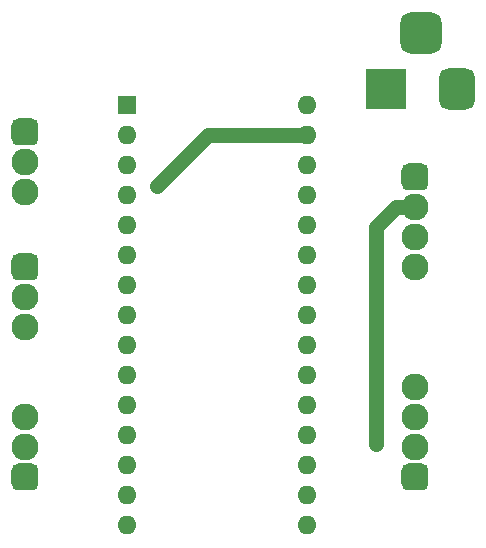
<source format=gbr>
%TF.GenerationSoftware,KiCad,Pcbnew,7.0.5-7.0.5~ubuntu20.04.1*%
%TF.CreationDate,2023-06-14T09:42:22-05:00*%
%TF.ProjectId,Gotchiplant,476f7463-6869-4706-9c61-6e742e6b6963,rev?*%
%TF.SameCoordinates,Original*%
%TF.FileFunction,Copper,L1,Top*%
%TF.FilePolarity,Positive*%
%FSLAX46Y46*%
G04 Gerber Fmt 4.6, Leading zero omitted, Abs format (unit mm)*
G04 Created by KiCad (PCBNEW 7.0.5-7.0.5~ubuntu20.04.1) date 2023-06-14 09:42:22*
%MOMM*%
%LPD*%
G01*
G04 APERTURE LIST*
G04 Aperture macros list*
%AMRoundRect*
0 Rectangle with rounded corners*
0 $1 Rounding radius*
0 $2 $3 $4 $5 $6 $7 $8 $9 X,Y pos of 4 corners*
0 Add a 4 corners polygon primitive as box body*
4,1,4,$2,$3,$4,$5,$6,$7,$8,$9,$2,$3,0*
0 Add four circle primitives for the rounded corners*
1,1,$1+$1,$2,$3*
1,1,$1+$1,$4,$5*
1,1,$1+$1,$6,$7*
1,1,$1+$1,$8,$9*
0 Add four rect primitives between the rounded corners*
20,1,$1+$1,$2,$3,$4,$5,0*
20,1,$1+$1,$4,$5,$6,$7,0*
20,1,$1+$1,$6,$7,$8,$9,0*
20,1,$1+$1,$8,$9,$2,$3,0*%
G04 Aperture macros list end*
%TA.AperFunction,ComponentPad*%
%ADD10R,1.600000X1.600000*%
%TD*%
%TA.AperFunction,ComponentPad*%
%ADD11O,1.600000X1.600000*%
%TD*%
%TA.AperFunction,ComponentPad*%
%ADD12RoundRect,0.571500X-0.571500X0.571500X-0.571500X-0.571500X0.571500X-0.571500X0.571500X0.571500X0*%
%TD*%
%TA.AperFunction,ComponentPad*%
%ADD13C,2.286000*%
%TD*%
%TA.AperFunction,ComponentPad*%
%ADD14R,3.500000X3.500000*%
%TD*%
%TA.AperFunction,ComponentPad*%
%ADD15RoundRect,0.750000X0.750000X1.000000X-0.750000X1.000000X-0.750000X-1.000000X0.750000X-1.000000X0*%
%TD*%
%TA.AperFunction,ComponentPad*%
%ADD16RoundRect,0.875000X0.875000X0.875000X-0.875000X0.875000X-0.875000X-0.875000X0.875000X-0.875000X0*%
%TD*%
%TA.AperFunction,ComponentPad*%
%ADD17RoundRect,0.571500X-0.571500X-0.571500X0.571500X-0.571500X0.571500X0.571500X-0.571500X0.571500X0*%
%TD*%
%TA.AperFunction,ComponentPad*%
%ADD18RoundRect,0.571500X0.571500X-0.571500X0.571500X0.571500X-0.571500X0.571500X-0.571500X-0.571500X0*%
%TD*%
%TA.AperFunction,ViaPad*%
%ADD19C,1.020000*%
%TD*%
%TA.AperFunction,Conductor*%
%ADD20C,1.300000*%
%TD*%
%TA.AperFunction,Conductor*%
%ADD21C,0.250000*%
%TD*%
G04 APERTURE END LIST*
D10*
%TO.P,A1,1,D1/TX*%
%TO.N,unconnected-(A1-D1{slash}TX-Pad1)*%
X39116000Y-24384000D03*
D11*
%TO.P,A1,2,D0/RX*%
%TO.N,unconnected-(A1-D0{slash}RX-Pad2)*%
X39116000Y-26924000D03*
%TO.P,A1,3,~{RESET}*%
%TO.N,unconnected-(A1-~{RESET}-Pad3)*%
X39116000Y-29464000D03*
%TO.P,A1,4,GND*%
%TO.N,GND*%
X39116000Y-32004000D03*
%TO.P,A1,5,D2*%
%TO.N,Net-(A1-D2)*%
X39116000Y-34544000D03*
%TO.P,A1,6,D3*%
%TO.N,unconnected-(A1-D3-Pad6)*%
X39116000Y-37084000D03*
%TO.P,A1,7,D4*%
%TO.N,Net-(A1-D4)*%
X39116000Y-39624000D03*
%TO.P,A1,8,D5*%
%TO.N,unconnected-(A1-D5-Pad8)*%
X39116000Y-42164000D03*
%TO.P,A1,9,D6*%
%TO.N,unconnected-(A1-D6-Pad9)*%
X39116000Y-44704000D03*
%TO.P,A1,10,D7*%
%TO.N,unconnected-(A1-D7-Pad10)*%
X39116000Y-47244000D03*
%TO.P,A1,11,D8*%
%TO.N,unconnected-(A1-D8-Pad11)*%
X39116000Y-49784000D03*
%TO.P,A1,12,D9*%
%TO.N,unconnected-(A1-D9-Pad12)*%
X39116000Y-52324000D03*
%TO.P,A1,13,D10*%
%TO.N,unconnected-(A1-D10-Pad13)*%
X39116000Y-54864000D03*
%TO.P,A1,14,D11*%
%TO.N,unconnected-(A1-D11-Pad14)*%
X39116000Y-57404000D03*
%TO.P,A1,15,D12*%
%TO.N,unconnected-(A1-D12-Pad15)*%
X39116000Y-59944000D03*
%TO.P,A1,16,D13*%
%TO.N,unconnected-(A1-D13-Pad16)*%
X54356000Y-59944000D03*
%TO.P,A1,17,3V3*%
%TO.N,Net-(A1-3V3)*%
X54356000Y-57404000D03*
%TO.P,A1,18,AREF*%
%TO.N,unconnected-(A1-AREF-Pad18)*%
X54356000Y-54864000D03*
%TO.P,A1,19,A0*%
%TO.N,Net-(A1-A0)*%
X54356000Y-52324000D03*
%TO.P,A1,20,A1*%
%TO.N,Net-(A1-A1)*%
X54356000Y-49784000D03*
%TO.P,A1,21,A2*%
%TO.N,unconnected-(A1-A2-Pad21)*%
X54356000Y-47244000D03*
%TO.P,A1,22,A3*%
%TO.N,unconnected-(A1-A3-Pad22)*%
X54356000Y-44704000D03*
%TO.P,A1,23,A4*%
%TO.N,Net-(A1-A4)*%
X54356000Y-42164000D03*
%TO.P,A1,24,A5*%
%TO.N,Net-(A1-A5)*%
X54356000Y-39624000D03*
%TO.P,A1,25,A6*%
%TO.N,unconnected-(A1-A6-Pad25)*%
X54356000Y-37084000D03*
%TO.P,A1,26,A7*%
%TO.N,unconnected-(A1-A7-Pad26)*%
X54356000Y-34544000D03*
%TO.P,A1,27,+5V*%
%TO.N,Net-(A1-+5V)*%
X54356000Y-32004000D03*
%TO.P,A1,28,~{RESET}*%
%TO.N,unconnected-(A1-~{RESET}-Pad28)*%
X54356000Y-29464000D03*
%TO.P,A1,29,GND*%
%TO.N,GND*%
X54356000Y-26924000D03*
%TO.P,A1,30,VIN*%
%TO.N,+5V*%
X54356000Y-24384000D03*
%TD*%
D12*
%TO.P,U6,1,Vcc*%
%TO.N,Net-(A1-3V3)*%
X30480000Y-55880000D03*
D13*
%TO.P,U6,2,GND*%
%TO.N,GND*%
X30480000Y-53340000D03*
%TO.P,U6,3,D0*%
%TO.N,Net-(A1-A1)*%
X30480000Y-50800000D03*
%TD*%
D14*
%TO.P,J1,1*%
%TO.N,+5V*%
X61008000Y-22988000D03*
D15*
%TO.P,J1,2*%
%TO.N,GND*%
X67008000Y-22988000D03*
D16*
%TO.P,J1,3*%
%TO.N,N/C*%
X64008000Y-18288000D03*
%TD*%
D17*
%TO.P,U3,1,Vcc*%
%TO.N,Net-(A1-+5V)*%
X30480000Y-38100000D03*
D13*
%TO.P,U3,2,GND*%
%TO.N,GND*%
X30480000Y-40640000D03*
%TO.P,U3,3,D0*%
%TO.N,Net-(A1-D4)*%
X30480000Y-43180000D03*
%TD*%
D12*
%TO.P,U5,1,Vcc*%
%TO.N,Net-(A1-+5V)*%
X63500000Y-55880000D03*
D13*
%TO.P,U5,2,GND*%
%TO.N,GND*%
X63500000Y-53340000D03*
%TO.P,U5,3,D0*%
%TO.N,unconnected-(U5-D0-Pad3)*%
X63500000Y-50800000D03*
%TO.P,U5,4,A0*%
%TO.N,Net-(A1-A0)*%
X63500000Y-48260000D03*
%TD*%
D18*
%TO.P,U2,1,Vcc*%
%TO.N,Net-(A1-+5V)*%
X30480000Y-26670000D03*
D13*
%TO.P,U2,2,DATA*%
%TO.N,Net-(A1-D2)*%
X30480000Y-29210000D03*
%TO.P,U2,3,GND*%
%TO.N,GND*%
X30480000Y-31750000D03*
%TD*%
D18*
%TO.P,U4,1,GND*%
%TO.N,GND*%
X63500000Y-30480000D03*
D13*
%TO.P,U4,2,VDD*%
%TO.N,Net-(A1-3V3)*%
X63500000Y-33020000D03*
%TO.P,U4,3,SCK*%
%TO.N,Net-(A1-A5)*%
X63500000Y-35560000D03*
%TO.P,U4,4,SDA*%
%TO.N,Net-(A1-A4)*%
X63500000Y-38100000D03*
%TD*%
D19*
%TO.N,GND*%
X41656000Y-31242000D03*
%TO.N,Net-(A1-3V3)*%
X60198000Y-53086000D03*
%TD*%
D20*
%TO.N,GND*%
X45974000Y-26924000D02*
X54356000Y-26924000D01*
X41656000Y-31242000D02*
X45974000Y-26924000D01*
D21*
X67008000Y-22988000D02*
X66929000Y-23067000D01*
D20*
%TO.N,Net-(A1-3V3)*%
X60198000Y-34705554D02*
X61883554Y-33020000D01*
X61883554Y-33020000D02*
X63500000Y-33020000D01*
X60198000Y-53086000D02*
X60198000Y-34705554D01*
%TD*%
M02*

</source>
